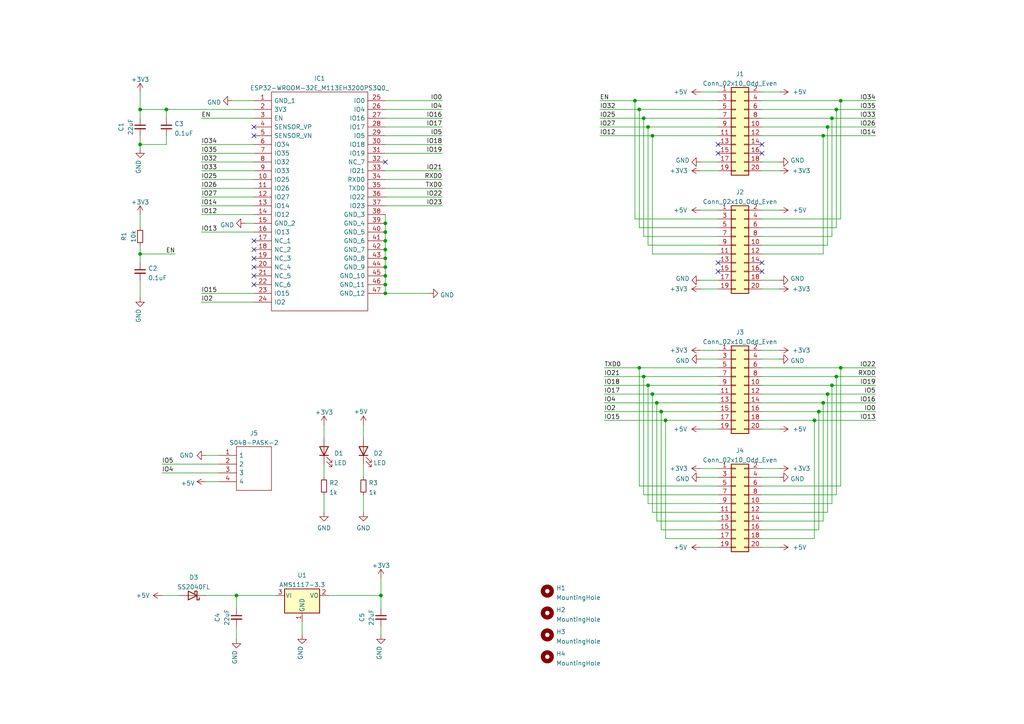
<source format=kicad_sch>
(kicad_sch (version 20211123) (generator eeschema)
  (paper "A4")
  (lib_symbols
    (symbol "Connector_Generic:Conn_02x10_Odd_Even" (pin_names (offset 1.016) hide)
      (property "Reference" "J" (at 1.27 12.7 0))
      (property "Value" "Conn_02x10_Odd_Even" (at 1.27 -15.24 0))
      (symbol "Conn_02x10_Odd_Even_1_1"
        (rectangle (start -1.27 -12.573) (end 0 -12.827) (stroke (width 0.1524)))
        (rectangle (start -1.27 -10.033) (end 0 -10.287) (stroke (width 0.1524)))
        (rectangle (start -1.27 -7.493) (end 0 -7.747) (stroke (width 0.1524)))
        (rectangle (start -1.27 -4.953) (end 0 -5.207) (stroke (width 0.1524)))
        (rectangle (start -1.27 -2.413) (end 0 -2.667) (stroke (width 0.1524)))
        (rectangle (start -1.27 0.127) (end 0 -0.127) (stroke (width 0.1524)))
        (rectangle (start -1.27 2.667) (end 0 2.413) (stroke (width 0.1524)))
        (rectangle (start -1.27 5.207) (end 0 4.953) (stroke (width 0.1524)))
        (rectangle (start -1.27 7.747) (end 0 7.493) (stroke (width 0.1524)))
        (rectangle (start -1.27 10.287) (end 0 10.033) (stroke (width 0.1524)))
        (rectangle (start -1.27 11.43) (end 3.81 -13.97) (stroke (width 0.254)) (fill (type background)))
        (rectangle (start 3.81 -12.573) (end 2.54 -12.827) (stroke (width 0.1524)))
        (rectangle (start 3.81 -10.033) (end 2.54 -10.287) (stroke (width 0.1524)))
        (rectangle (start 3.81 -7.493) (end 2.54 -7.747) (stroke (width 0.1524)))
        (rectangle (start 3.81 -4.953) (end 2.54 -5.207) (stroke (width 0.1524)))
        (rectangle (start 3.81 -2.413) (end 2.54 -2.667) (stroke (width 0.1524)))
        (rectangle (start 3.81 0.127) (end 2.54 -0.127) (stroke (width 0.1524)))
        (rectangle (start 3.81 2.667) (end 2.54 2.413) (stroke (width 0.1524)))
        (rectangle (start 3.81 5.207) (end 2.54 4.953) (stroke (width 0.1524)))
        (rectangle (start 3.81 7.747) (end 2.54 7.493) (stroke (width 0.1524)))
        (rectangle (start 3.81 10.287) (end 2.54 10.033) (stroke (width 0.1524)))
        (pin passive line (at -5.08 10.16 0) (length 3.81) (name "Pin_1") (number "1"))
        (pin passive line (at 7.62 0 180) (length 3.81) (name "Pin_10") (number "10"))
        (pin passive line (at -5.08 -2.54 0) (length 3.81) (name "Pin_11") (number "11"))
        (pin passive line (at 7.62 -2.54 180) (length 3.81) (name "Pin_12") (number "12"))
        (pin passive line (at -5.08 -5.08 0) (length 3.81) (name "Pin_13") (number "13"))
        (pin passive line (at 7.62 -5.08 180) (length 3.81) (name "Pin_14") (number "14"))
        (pin passive line (at -5.08 -7.62 0) (length 3.81) (name "Pin_15") (number "15"))
        (pin passive line (at 7.62 -7.62 180) (length 3.81) (name "Pin_16") (number "16"))
        (pin passive line (at -5.08 -10.16 0) (length 3.81) (name "Pin_17") (number "17"))
        (pin passive line (at 7.62 -10.16 180) (length 3.81) (name "Pin_18") (number "18"))
        (pin passive line (at -5.08 -12.7 0) (length 3.81) (name "Pin_19") (number "19"))
        (pin passive line (at 7.62 10.16 180) (length 3.81) (name "Pin_2") (number "2"))
        (pin passive line (at 7.62 -12.7 180) (length 3.81) (name "Pin_20") (number "20"))
        (pin passive line (at -5.08 7.62 0) (length 3.81) (name "Pin_3") (number "3"))
        (pin passive line (at 7.62 7.62 180) (length 3.81) (name "Pin_4") (number "4"))
        (pin passive line (at -5.08 5.08 0) (length 3.81) (name "Pin_5") (number "5"))
        (pin passive line (at 7.62 5.08 180) (length 3.81) (name "Pin_6") (number "6"))
        (pin passive line (at -5.08 2.54 0) (length 3.81) (name "Pin_7") (number "7"))
        (pin passive line (at 7.62 2.54 180) (length 3.81) (name "Pin_8") (number "8"))
        (pin passive line (at -5.08 0 0) (length 3.81) (name "Pin_9") (number "9"))
      )
    )
    (symbol "Device:C_Small" (pin_numbers hide) (pin_names (offset 0.254) hide)
      (property "Reference" "C" (at 0.254 1.778 0))
      (property "Value" "C_Small" (at 0.254 -2.032 0))
      (symbol "C_Small_0_1"
        (polyline (pts (xy -1.524 -0.508) (xy 1.524 -0.508)) (stroke (width 0.3302)))
        (polyline (pts (xy -1.524 0.508) (xy 1.524 0.508)) (stroke (width 0.3048)))
      )
      (symbol "C_Small_1_1"
        (pin passive line (at 0 2.54 270) (length 2.032) (name "~") (number "1"))
        (pin passive line (at 0 -2.54 90) (length 2.032) (name "~") (number "2"))
      )
    )
    (symbol "Device:D_Schottky" (pin_numbers hide) (pin_names (offset 1.016) hide)
      (property "Reference" "D" (at 0 2.54 0))
      (property "Value" "D_Schottky" (at 0 -2.54 0))
      (symbol "D_Schottky_0_1"
        (polyline (pts (xy 1.27 0) (xy -1.27 0)))
        (polyline (pts (xy 1.27 1.27) (xy 1.27 -1.27) (xy -1.27 0) (xy 1.27 1.27)) (stroke (width 0.254)))
        (polyline (pts (xy -1.905 0.635) (xy -1.905 1.27) (xy -1.27 1.27) (xy -1.27 -1.27) (xy -0.635 -1.27) (xy -0.635 -0.635)) (stroke (width 0.254)))
      )
      (symbol "D_Schottky_1_1"
        (pin passive line (at -3.81 0 0) (length 2.54) (name "K") (number "1"))
        (pin passive line (at 3.81 0 180) (length 2.54) (name "A") (number "2"))
      )
    )
    (symbol "Device:LED" (pin_numbers hide) (pin_names (offset 1.016) hide)
      (property "Reference" "D" (at 0 2.54 0))
      (property "Value" "LED" (at 0 -2.54 0))
      (symbol "LED_0_1"
        (polyline (pts (xy -1.27 -1.27) (xy -1.27 1.27)) (stroke (width 0.254)))
        (polyline (pts (xy -1.27 0) (xy 1.27 0)))
        (polyline (pts (xy 1.27 -1.27) (xy 1.27 1.27) (xy -1.27 0) (xy 1.27 -1.27)) (stroke (width 0.254)))
        (polyline (pts (xy -3.048 -0.762) (xy -4.572 -2.286) (xy -3.81 -2.286) (xy -4.572 -2.286) (xy -4.572 -1.524)))
        (polyline (pts (xy -1.778 -0.762) (xy -3.302 -2.286) (xy -2.54 -2.286) (xy -3.302 -2.286) (xy -3.302 -1.524)))
      )
      (symbol "LED_1_1"
        (pin passive line (at -3.81 0 0) (length 2.54) (name "K") (number "1"))
        (pin passive line (at 3.81 0 180) (length 2.54) (name "A") (number "2"))
      )
    )
    (symbol "Device:R_Small" (pin_numbers hide) (pin_names (offset 0.254) hide)
      (property "Reference" "R" (at 0.762 0.508 0))
      (property "Value" "R_Small" (at 0.762 -1.016 0))
      (symbol "R_Small_0_1"
        (rectangle (start -0.762 1.778) (end 0.762 -1.778) (stroke (width 0.2032)))
      )
      (symbol "R_Small_1_1"
        (pin passive line (at 0 2.54 270) (length 0.762) (name "~") (number "1"))
        (pin passive line (at 0 -2.54 90) (length 0.762) (name "~") (number "2"))
      )
    )
    (symbol "Mechanical:MountingHole" (pin_names (offset 1.016))
      (property "Reference" "H" (at 0 5.08 0))
      (property "Value" "MountingHole" (at 0 3.175 0))
      (symbol "MountingHole_0_1"
        (circle (center 0 0) (radius 1.27) (stroke (width 1.27)))
      )
    )
    (symbol "Regulator_Linear:AMS1117-3.3" (pin_names (offset 0.254))
      (property "Reference" "U" (at -3.81 3.175 0))
      (property "Value" "AMS1117-3.3" (at 0 3.175 0))
      (symbol "AMS1117-3.3_0_1"
        (rectangle (start -5.08 -5.08) (end 5.08 1.905) (stroke (width 0.254)) (fill (type background)))
      )
      (symbol "AMS1117-3.3_1_1"
        (pin power_in line (at 0 -7.62 90) (length 2.54) (name "GND") (number "1"))
        (pin power_out line (at 7.62 0 180) (length 2.54) (name "VO") (number "2"))
        (pin power_in line (at -7.62 0 0) (length 2.54) (name "VI") (number "3"))
      )
    )
    (symbol "SamacSys_Parts:ESP32-WROOM-32E_M113EH3200PS3Q0_" (pin_names (offset 0.762))
      (property "Reference" "IC" (at 34.29 7.62 0))
      (property "Value" "ESP32-WROOM-32E_M113EH3200PS3Q0_" (at 34.29 5.08 0))
      (symbol "ESP32-WROOM-32E_M113EH3200PS3Q0__0_0"
        (pin passive line (at 0 0 0) (length 5.08) (name "GND_1") (number "1"))
        (pin passive line (at 0 -22.86 0) (length 5.08) (name "IO25") (number "10"))
        (pin passive line (at 0 -25.4 0) (length 5.08) (name "IO26") (number "11"))
        (pin passive line (at 0 -27.94 0) (length 5.08) (name "IO27") (number "12"))
        (pin passive line (at 0 -30.48 0) (length 5.08) (name "IO14") (number "13"))
        (pin passive line (at 0 -33.02 0) (length 5.08) (name "IO12") (number "14"))
        (pin passive line (at 0 -35.56 0) (length 5.08) (name "GND_2") (number "15"))
        (pin passive line (at 0 -38.1 0) (length 5.08) (name "IO13") (number "16"))
        (pin passive line (at 0 -40.64 0) (length 5.08) (name "NC_1") (number "17"))
        (pin passive line (at 0 -43.18 0) (length 5.08) (name "NC_2") (number "18"))
        (pin passive line (at 0 -45.72 0) (length 5.08) (name "NC_3") (number "19"))
        (pin passive line (at 0 -2.54 0) (length 5.08) (name "3V3") (number "2"))
        (pin passive line (at 0 -48.26 0) (length 5.08) (name "NC_4") (number "20"))
        (pin passive line (at 0 -50.8 0) (length 5.08) (name "NC_5") (number "21"))
        (pin passive line (at 0 -53.34 0) (length 5.08) (name "NC_6") (number "22"))
        (pin passive line (at 0 -55.88 0) (length 5.08) (name "IO15") (number "23"))
        (pin passive line (at 0 -58.42 0) (length 5.08) (name "IO2") (number "24"))
        (pin passive line (at 38.1 0 180) (length 5.08) (name "IO0") (number "25"))
        (pin passive line (at 38.1 -2.54 180) (length 5.08) (name "IO4") (number "26"))
        (pin passive line (at 38.1 -5.08 180) (length 5.08) (name "IO16") (number "27"))
        (pin passive line (at 38.1 -7.62 180) (length 5.08) (name "IO17") (number "28"))
        (pin passive line (at 38.1 -10.16 180) (length 5.08) (name "IO5") (number "29"))
        (pin passive line (at 0 -5.08 0) (length 5.08) (name "EN") (number "3"))
        (pin passive line (at 38.1 -12.7 180) (length 5.08) (name "IO18") (number "30"))
        (pin passive line (at 38.1 -15.24 180) (length 5.08) (name "IO19") (number "31"))
        (pin passive line (at 38.1 -17.78 180) (length 5.08) (name "NC_7") (number "32"))
        (pin passive line (at 38.1 -20.32 180) (length 5.08) (name "IO21") (number "33"))
        (pin passive line (at 38.1 -22.86 180) (length 5.08) (name "RXD0") (number "34"))
        (pin passive line (at 38.1 -25.4 180) (length 5.08) (name "TXD0") (number "35"))
        (pin passive line (at 38.1 -27.94 180) (length 5.08) (name "IO22") (number "36"))
        (pin passive line (at 38.1 -30.48 180) (length 5.08) (name "IO23") (number "37"))
        (pin passive line (at 38.1 -33.02 180) (length 5.08) (name "GND_3") (number "38"))
        (pin passive line (at 38.1 -35.56 180) (length 5.08) (name "GND_4") (number "39"))
        (pin passive line (at 0 -7.62 0) (length 5.08) (name "SENSOR_VP") (number "4"))
        (pin passive line (at 38.1 -38.1 180) (length 5.08) (name "GND_5") (number "40"))
        (pin passive line (at 38.1 -40.64 180) (length 5.08) (name "GND_6") (number "41"))
        (pin passive line (at 38.1 -43.18 180) (length 5.08) (name "GND_7") (number "42"))
        (pin passive line (at 38.1 -45.72 180) (length 5.08) (name "GND_8") (number "43"))
        (pin passive line (at 38.1 -48.26 180) (length 5.08) (name "GND_9") (number "44"))
        (pin passive line (at 38.1 -50.8 180) (length 5.08) (name "GND_10") (number "45"))
        (pin passive line (at 38.1 -53.34 180) (length 5.08) (name "GND_11") (number "46"))
        (pin passive line (at 38.1 -55.88 180) (length 5.08) (name "GND_12") (number "47"))
        (pin passive line (at 0 -10.16 0) (length 5.08) (name "SENSOR_VN") (number "5"))
        (pin passive line (at 0 -12.7 0) (length 5.08) (name "IO34") (number "6"))
        (pin passive line (at 0 -15.24 0) (length 5.08) (name "IO35") (number "7"))
        (pin passive line (at 0 -17.78 0) (length 5.08) (name "IO32") (number "8"))
        (pin passive line (at 0 -20.32 0) (length 5.08) (name "IO33") (number "9"))
      )
      (symbol "ESP32-WROOM-32E_M113EH3200PS3Q0__0_1"
        (polyline (pts (xy 5.08 2.54) (xy 33.02 2.54) (xy 33.02 -60.96) (xy 5.08 -60.96) (xy 5.08 2.54)) (stroke (width 0.1524)))
      )
    )
    (symbol "SamacSys_Parts:S04B-PASK-2" (pin_names (offset 0.762))
      (property "Reference" "J" (at 16.51 7.62 0))
      (property "Value" "S04B-PASK-2" (at 16.51 5.08 0))
      (symbol "S04B-PASK-2_0_0"
        (pin passive line (at 0 -7.62 0) (length 5.08) (name "1") (number "1"))
        (pin passive line (at 0 -5.08 0) (length 5.08) (name "2") (number "2"))
        (pin passive line (at 0 -2.54 0) (length 5.08) (name "3") (number "3"))
        (pin passive line (at 0 0 0) (length 5.08) (name "4") (number "4"))
      )
      (symbol "S04B-PASK-2_0_1"
        (polyline (pts (xy 5.08 2.54) (xy 15.24 2.54) (xy 15.24 -10.16) (xy 5.08 -10.16) (xy 5.08 2.54)) (stroke (width 0.1524)))
      )
    )
    (symbol "power:+3.3V" (power) (pin_names (offset 0))
      (property "Value" "+3.3V" (at 0 3.556 0))
      (symbol "+3.3V_0_1"
        (polyline (pts (xy -0.762 1.27) (xy 0 2.54)))
        (polyline (pts (xy 0 0) (xy 0 2.54)))
        (polyline (pts (xy 0 2.54) (xy 0.762 1.27)))
      )
      (symbol "+3.3V_1_1"
        (pin power_in line (at 0 0 90) (length 0) hide (name "+3V3") (number "1"))
      )
    )
    (symbol "power:+5V" (power) (pin_names (offset 0))
      (property "Value" "+5V" (at 0 3.556 0))
      (symbol "+5V_0_1"
        (polyline (pts (xy -0.762 1.27) (xy 0 2.54)))
        (polyline (pts (xy 0 0) (xy 0 2.54)))
        (polyline (pts (xy 0 2.54) (xy 0.762 1.27)))
      )
      (symbol "+5V_1_1"
        (pin power_in line (at 0 0 90) (length 0) hide (name "+5V") (number "1"))
      )
    )
    (symbol "power:GND" (power) (pin_names (offset 0))
      (property "Value" "GND" (at 0 -3.81 0))
      (symbol "GND_0_1"
        (polyline (pts (xy 0 0) (xy 0 -1.27) (xy 1.27 -1.27) (xy 0 -2.54) (xy -1.27 -1.27) (xy 0 -1.27)))
      )
      (symbol "GND_1_1"
        (pin power_in line (at 0 0 270) (length 0) hide (name "GND") (number "1"))
      )
    )
  )
  (junction (at 193.04 121.92))
  (junction (at 238.76 116.84))
  (junction (at 237.49 119.38))
  (junction (at 240.03 114.3))
  (junction (at 190.5 116.84))
  (junction (at 40.64 73.66))
  (junction (at 111.76 72.39))
  (junction (at 110.49 172.72))
  (junction (at 40.64 41.91))
  (junction (at 111.76 74.93))
  (junction (at 111.76 80.01))
  (junction (at 185.42 106.68))
  (junction (at 111.76 64.77))
  (junction (at 238.76 39.37))
  (junction (at 40.64 31.75))
  (junction (at 242.57 109.22))
  (junction (at 48.26 31.75))
  (junction (at 185.42 31.75))
  (junction (at 243.84 29.21))
  (junction (at 189.23 39.37))
  (junction (at 236.22 121.92))
  (junction (at 111.76 77.47))
  (junction (at 240.03 36.83))
  (junction (at 186.69 34.29))
  (junction (at 243.84 106.68))
  (junction (at 242.57 31.75))
  (junction (at 111.76 85.09))
  (junction (at 241.3 111.76))
  (junction (at 68.58 172.72))
  (junction (at 191.77 119.38))
  (junction (at 187.96 111.76))
  (junction (at 187.96 36.83))
  (junction (at 111.76 69.85))
  (junction (at 189.23 114.3))
  (junction (at 111.76 67.31))
  (junction (at 241.3 34.29))
  (junction (at 186.69 109.22))
  (junction (at 111.76 82.55))
  (junction (at 184.15 29.21))
  (no_connect (at 73.66 69.85))
  (no_connect (at 111.76 46.99))
  (no_connect (at 208.28 76.2))
  (no_connect (at 208.28 78.74))
  (no_connect (at 220.98 78.74))
  (no_connect (at 220.98 76.2))
  (no_connect (at 208.28 41.91))
  (no_connect (at 208.28 44.45))
  (no_connect (at 220.98 41.91))
  (no_connect (at 220.98 44.45))
  (no_connect (at 73.66 74.93))
  (no_connect (at 73.66 36.83))
  (no_connect (at 73.66 39.37))
  (no_connect (at 73.66 77.47))
  (no_connect (at 73.66 80.01))
  (no_connect (at 73.66 72.39))
  (no_connect (at 73.66 82.55))
  (wire (pts (xy 189.23 114.3) (xy 208.28 114.3)))
  (wire (pts (xy 203.2 60.96) (xy 208.28 60.96)))
  (wire (pts (xy 48.26 31.75) (xy 48.26 34.29)))
  (wire (pts (xy 175.26 121.92) (xy 193.04 121.92)))
  (wire (pts (xy 105.41 143.51) (xy 105.41 148.59)))
  (wire (pts (xy 243.84 106.68) (xy 254 106.68)))
  (wire (pts (xy 128.27 36.83) (xy 111.76 36.83)))
  (wire (pts (xy 220.98 111.76) (xy 241.3 111.76)))
  (wire (pts (xy 203.2 101.6) (xy 208.28 101.6)))
  (wire (pts (xy 238.76 151.13) (xy 220.98 151.13)))
  (wire (pts (xy 58.42 52.07) (xy 73.66 52.07)))
  (wire (pts (xy 208.28 36.83) (xy 187.96 36.83)))
  (wire (pts (xy 186.69 68.58) (xy 186.69 34.29)))
  (wire (pts (xy 128.27 44.45) (xy 111.76 44.45)))
  (wire (pts (xy 186.69 143.51) (xy 186.69 109.22)))
  (wire (pts (xy 208.28 153.67) (xy 191.77 153.67)))
  (wire (pts (xy 243.84 29.21) (xy 243.84 63.5)))
  (wire (pts (xy 220.98 34.29) (xy 241.3 34.29)))
  (wire (pts (xy 128.27 34.29) (xy 111.76 34.29)))
  (wire (pts (xy 128.27 52.07) (xy 111.76 52.07)))
  (wire (pts (xy 111.76 80.01) (xy 111.76 82.55)))
  (wire (pts (xy 208.28 116.84) (xy 190.5 116.84)))
  (wire (pts (xy 110.49 172.72) (xy 110.49 176.53)))
  (wire (pts (xy 186.69 109.22) (xy 208.28 109.22)))
  (wire (pts (xy 59.69 139.7) (xy 63.5 139.7)))
  (wire (pts (xy 111.76 74.93) (xy 111.76 77.47)))
  (wire (pts (xy 241.3 34.29) (xy 241.3 68.58)))
  (wire (pts (xy 48.26 39.37) (xy 48.26 41.91)))
  (wire (pts (xy 220.98 148.59) (xy 240.03 148.59)))
  (wire (pts (xy 189.23 39.37) (xy 208.28 39.37)))
  (wire (pts (xy 184.15 29.21) (xy 208.28 29.21)))
  (wire (pts (xy 185.42 31.75) (xy 185.42 66.04)))
  (wire (pts (xy 242.57 109.22) (xy 254 109.22)))
  (wire (pts (xy 242.57 31.75) (xy 254 31.75)))
  (wire (pts (xy 187.96 111.76) (xy 187.96 146.05)))
  (wire (pts (xy 128.27 29.21) (xy 111.76 29.21)))
  (wire (pts (xy 190.5 116.84) (xy 190.5 151.13)))
  (wire (pts (xy 242.57 31.75) (xy 220.98 31.75)))
  (wire (pts (xy 208.28 106.68) (xy 185.42 106.68)))
  (wire (pts (xy 128.27 39.37) (xy 111.76 39.37)))
  (wire (pts (xy 111.76 85.09) (xy 124.46 85.09)))
  (wire (pts (xy 226.06 135.89) (xy 220.98 135.89)))
  (wire (pts (xy 111.76 67.31) (xy 111.76 69.85)))
  (wire (pts (xy 237.49 119.38) (xy 254 119.38)))
  (wire (pts (xy 203.2 26.67) (xy 208.28 26.67)))
  (wire (pts (xy 68.58 181.61) (xy 68.58 185.42)))
  (wire (pts (xy 58.42 54.61) (xy 73.66 54.61)))
  (wire (pts (xy 203.2 135.89) (xy 208.28 135.89)))
  (wire (pts (xy 80.01 172.72) (xy 68.58 172.72)))
  (wire (pts (xy 58.42 49.53) (xy 73.66 49.53)))
  (wire (pts (xy 226.06 138.43) (xy 220.98 138.43)))
  (wire (pts (xy 242.57 109.22) (xy 220.98 109.22)))
  (wire (pts (xy 242.57 66.04) (xy 242.57 31.75)))
  (wire (pts (xy 46.99 172.72) (xy 52.07 172.72)))
  (wire (pts (xy 220.98 39.37) (xy 238.76 39.37)))
  (wire (pts (xy 93.98 123.19) (xy 93.98 127)))
  (wire (pts (xy 220.98 71.12) (xy 240.03 71.12)))
  (wire (pts (xy 48.26 31.75) (xy 73.66 31.75)))
  (wire (pts (xy 173.99 29.21) (xy 184.15 29.21)))
  (wire (pts (xy 241.3 111.76) (xy 254 111.76)))
  (wire (pts (xy 243.84 140.97) (xy 220.98 140.97)))
  (wire (pts (xy 58.42 46.99) (xy 73.66 46.99)))
  (wire (pts (xy 87.63 180.34) (xy 87.63 184.15)))
  (wire (pts (xy 71.12 64.77) (xy 73.66 64.77)))
  (wire (pts (xy 40.64 71.12) (xy 40.64 73.66)))
  (wire (pts (xy 185.42 106.68) (xy 185.42 140.97)))
  (wire (pts (xy 40.64 41.91) (xy 40.64 43.18)))
  (wire (pts (xy 48.26 41.91) (xy 40.64 41.91)))
  (wire (pts (xy 226.06 26.67) (xy 220.98 26.67)))
  (wire (pts (xy 95.25 172.72) (xy 110.49 172.72)))
  (wire (pts (xy 59.69 172.72) (xy 68.58 172.72)))
  (wire (pts (xy 240.03 148.59) (xy 240.03 114.3)))
  (wire (pts (xy 220.98 106.68) (xy 243.84 106.68)))
  (wire (pts (xy 111.76 62.23) (xy 111.76 64.77)))
  (wire (pts (xy 238.76 116.84) (xy 238.76 151.13)))
  (wire (pts (xy 40.64 31.75) (xy 40.64 34.29)))
  (wire (pts (xy 173.99 39.37) (xy 189.23 39.37)))
  (wire (pts (xy 40.64 62.23) (xy 40.64 66.04)))
  (wire (pts (xy 226.06 49.53) (xy 220.98 49.53)))
  (wire (pts (xy 203.2 83.82) (xy 208.28 83.82)))
  (wire (pts (xy 191.77 119.38) (xy 208.28 119.38)))
  (wire (pts (xy 40.64 73.66) (xy 40.64 76.2)))
  (wire (pts (xy 128.27 31.75) (xy 111.76 31.75)))
  (wire (pts (xy 238.76 116.84) (xy 254 116.84)))
  (wire (pts (xy 110.49 181.61) (xy 110.49 184.15)))
  (wire (pts (xy 184.15 63.5) (xy 184.15 29.21)))
  (wire (pts (xy 220.98 66.04) (xy 242.57 66.04)))
  (wire (pts (xy 236.22 156.21) (xy 220.98 156.21)))
  (wire (pts (xy 58.42 62.23) (xy 73.66 62.23)))
  (wire (pts (xy 128.27 59.69) (xy 111.76 59.69)))
  (wire (pts (xy 58.42 59.69) (xy 73.66 59.69)))
  (wire (pts (xy 58.42 85.09) (xy 73.66 85.09)))
  (wire (pts (xy 128.27 57.15) (xy 111.76 57.15)))
  (wire (pts (xy 243.84 106.68) (xy 243.84 140.97)))
  (wire (pts (xy 111.76 77.47) (xy 111.76 80.01)))
  (wire (pts (xy 240.03 36.83) (xy 220.98 36.83)))
  (wire (pts (xy 208.28 63.5) (xy 184.15 63.5)))
  (wire (pts (xy 203.2 124.46) (xy 208.28 124.46)))
  (wire (pts (xy 40.64 26.67) (xy 40.64 31.75)))
  (wire (pts (xy 111.76 64.77) (xy 111.76 67.31)))
  (wire (pts (xy 241.3 34.29) (xy 254 34.29)))
  (wire (pts (xy 220.98 29.21) (xy 243.84 29.21)))
  (wire (pts (xy 240.03 114.3) (xy 220.98 114.3)))
  (wire (pts (xy 237.49 119.38) (xy 220.98 119.38)))
  (wire (pts (xy 243.84 63.5) (xy 220.98 63.5)))
  (wire (pts (xy 67.31 29.21) (xy 73.66 29.21)))
  (wire (pts (xy 175.26 106.68) (xy 185.42 106.68)))
  (wire (pts (xy 175.26 119.38) (xy 191.77 119.38)))
  (wire (pts (xy 203.2 104.14) (xy 208.28 104.14)))
  (wire (pts (xy 208.28 68.58) (xy 186.69 68.58)))
  (wire (pts (xy 203.2 138.43) (xy 208.28 138.43)))
  (wire (pts (xy 58.42 67.31) (xy 73.66 67.31)))
  (wire (pts (xy 110.49 167.64) (xy 110.49 172.72)))
  (wire (pts (xy 111.76 82.55) (xy 111.76 85.09)))
  (wire (pts (xy 208.28 31.75) (xy 185.42 31.75)))
  (wire (pts (xy 240.03 36.83) (xy 254 36.83)))
  (wire (pts (xy 58.42 41.91) (xy 73.66 41.91)))
  (wire (pts (xy 241.3 111.76) (xy 241.3 146.05)))
  (wire (pts (xy 191.77 153.67) (xy 191.77 119.38)))
  (wire (pts (xy 226.06 101.6) (xy 220.98 101.6)))
  (wire (pts (xy 40.64 39.37) (xy 40.64 41.91)))
  (wire (pts (xy 238.76 73.66) (xy 220.98 73.66)))
  (wire (pts (xy 40.64 73.66) (xy 50.8 73.66)))
  (wire (pts (xy 226.06 83.82) (xy 220.98 83.82)))
  (wire (pts (xy 46.99 137.16) (xy 63.5 137.16)))
  (wire (pts (xy 185.42 140.97) (xy 208.28 140.97)))
  (wire (pts (xy 93.98 143.51) (xy 93.98 148.59)))
  (wire (pts (xy 238.76 39.37) (xy 254 39.37)))
  (wire (pts (xy 189.23 148.59) (xy 189.23 114.3)))
  (wire (pts (xy 203.2 49.53) (xy 208.28 49.53)))
  (wire (pts (xy 238.76 39.37) (xy 238.76 73.66)))
  (wire (pts (xy 40.64 31.75) (xy 48.26 31.75)))
  (wire (pts (xy 128.27 54.61) (xy 111.76 54.61)))
  (wire (pts (xy 208.28 73.66) (xy 189.23 73.66)))
  (wire (pts (xy 190.5 151.13) (xy 208.28 151.13)))
  (wire (pts (xy 193.04 121.92) (xy 193.04 156.21)))
  (wire (pts (xy 203.2 46.99) (xy 208.28 46.99)))
  (wire (pts (xy 175.26 111.76) (xy 187.96 111.76)))
  (wire (pts (xy 173.99 34.29) (xy 186.69 34.29)))
  (wire (pts (xy 93.98 134.62) (xy 93.98 138.43)))
  (wire (pts (xy 40.64 81.28) (xy 40.64 86.36)))
  (wire (pts (xy 189.23 73.66) (xy 189.23 39.37)))
  (wire (pts (xy 105.41 134.62) (xy 105.41 138.43)))
  (wire (pts (xy 226.06 104.14) (xy 220.98 104.14)))
  (wire (pts (xy 173.99 31.75) (xy 185.42 31.75)))
  (wire (pts (xy 226.06 158.75) (xy 220.98 158.75)))
  (wire (pts (xy 236.22 121.92) (xy 254 121.92)))
  (wire (pts (xy 73.66 34.29) (xy 58.42 34.29)))
  (wire (pts (xy 59.69 132.08) (xy 63.5 132.08)))
  (wire (pts (xy 226.06 60.96) (xy 220.98 60.96)))
  (wire (pts (xy 208.28 148.59) (xy 189.23 148.59)))
  (wire (pts (xy 240.03 71.12) (xy 240.03 36.83)))
  (wire (pts (xy 186.69 34.29) (xy 208.28 34.29)))
  (wire (pts (xy 193.04 156.21) (xy 208.28 156.21)))
  (wire (pts (xy 208.28 143.51) (xy 186.69 143.51)))
  (wire (pts (xy 220.98 153.67) (xy 237.49 153.67)))
  (wire (pts (xy 105.41 123.19) (xy 105.41 127)))
  (wire (pts (xy 240.03 114.3) (xy 254 114.3)))
  (wire (pts (xy 175.26 116.84) (xy 190.5 116.84)))
  (wire (pts (xy 128.27 41.91) (xy 111.76 41.91)))
  (wire (pts (xy 111.76 72.39) (xy 111.76 74.93)))
  (wire (pts (xy 242.57 143.51) (xy 242.57 109.22)))
  (wire (pts (xy 187.96 146.05) (xy 208.28 146.05)))
  (wire (pts (xy 226.06 81.28) (xy 220.98 81.28)))
  (wire (pts (xy 243.84 29.21) (xy 254 29.21)))
  (wire (pts (xy 220.98 143.51) (xy 242.57 143.51)))
  (wire (pts (xy 173.99 36.83) (xy 187.96 36.83)))
  (wire (pts (xy 226.06 124.46) (xy 220.98 124.46)))
  (wire (pts (xy 175.26 109.22) (xy 186.69 109.22)))
  (wire (pts (xy 111.76 49.53) (xy 128.27 49.53)))
  (wire (pts (xy 237.49 153.67) (xy 237.49 119.38)))
  (wire (pts (xy 241.3 68.58) (xy 220.98 68.58)))
  (wire (pts (xy 111.76 69.85) (xy 111.76 72.39)))
  (wire (pts (xy 46.99 134.62) (xy 63.5 134.62)))
  (wire (pts (xy 68.58 172.72) (xy 68.58 176.53)))
  (wire (pts (xy 241.3 146.05) (xy 220.98 146.05)))
  (wire (pts (xy 185.42 66.04) (xy 208.28 66.04)))
  (wire (pts (xy 226.06 46.99) (xy 220.98 46.99)))
  (wire (pts (xy 203.2 81.28) (xy 208.28 81.28)))
  (wire (pts (xy 58.42 44.45) (xy 73.66 44.45)))
  (wire (pts (xy 208.28 121.92) (xy 193.04 121.92)))
  (wire (pts (xy 175.26 114.3) (xy 189.23 114.3)))
  (wire (pts (xy 208.28 111.76) (xy 187.96 111.76)))
  (wire (pts (xy 220.98 116.84) (xy 238.76 116.84)))
  (wire (pts (xy 187.96 36.83) (xy 187.96 71.12)))
  (wire (pts (xy 187.96 71.12) (xy 208.28 71.12)))
  (wire (pts (xy 58.42 87.63) (xy 73.66 87.63)))
  (wire (pts (xy 220.98 121.92) (xy 236.22 121.92)))
  (wire (pts (xy 58.42 57.15) (xy 73.66 57.15)))
  (wire (pts (xy 203.2 158.75) (xy 208.28 158.75)))
  (wire (pts (xy 236.22 121.92) (xy 236.22 156.21)))
  (label "IO27" (at 173.99 36.83 0))
  (label "IO25" (at 58.42 52.07 0))
  (label "TXD0" (at 128.27 54.61 180))
  (label "IO21" (at 175.26 109.22 0))
  (label "IO27" (at 58.42 57.15 0))
  (label "IO19" (at 128.27 44.45 180))
  (label "IO5" (at 128.27 39.37 180))
  (label "IO33" (at 58.42 49.53 0))
  (label "RXD0" (at 254 109.22 180))
  (label "EN" (at 58.42 34.29 0))
  (label "IO0" (at 128.27 29.21 180))
  (label "IO12" (at 58.42 62.23 0))
  (label "IO4" (at 46.99 137.16 0))
  (label "IO32" (at 173.99 31.75 0))
  (label "IO21" (at 128.27 49.53 180))
  (label "EN" (at 50.8 73.66 180))
  (label "IO16" (at 254 116.84 180))
  (label "IO25" (at 173.99 34.29 0))
  (label "TXD0" (at 175.26 106.68 0))
  (label "IO22" (at 254 106.68 180))
  (label "IO26" (at 58.42 54.61 0))
  (label "IO34" (at 58.42 41.91 0))
  (label "IO16" (at 128.27 34.29 180))
  (label "IO26" (at 254 36.83 180))
  (label "IO14" (at 58.42 59.69 0))
  (label "IO19" (at 254 111.76 180))
  (label "IO5" (at 254 114.3 180))
  (label "IO13" (at 58.42 67.31 0))
  (label "IO17" (at 175.26 114.3 0))
  (label "IO12" (at 173.99 39.37 0))
  (label "EN" (at 173.99 29.21 0))
  (label "IO32" (at 58.42 46.99 0))
  (label "IO22" (at 128.27 57.15 180))
  (label "IO23" (at 128.27 59.69 180))
  (label "IO2" (at 58.42 87.63 0))
  (label "IO2" (at 175.26 119.38 0))
  (label "IO33" (at 254 34.29 180))
  (label "IO17" (at 128.27 36.83 180))
  (label "IO18" (at 175.26 111.76 0))
  (label "IO14" (at 254 39.37 180))
  (label "IO15" (at 175.26 121.92 0))
  (label "IO4" (at 128.27 31.75 180))
  (label "IO4" (at 175.26 116.84 0))
  (label "IO15" (at 58.42 85.09 0))
  (label "IO35" (at 58.42 44.45 0))
  (label "IO34" (at 254 29.21 180))
  (label "IO0" (at 254 119.38 180))
  (label "IO13" (at 254 121.92 180))
  (label "IO35" (at 254 31.75 180))
  (label "IO5" (at 46.99 134.62 0))
  (label "RXD0" (at 128.27 52.07 180))
  (label "IO18" (at 128.27 41.91 180))
  (symbol (lib_id "Connector_Generic:Conn_02x10_Odd_Even") (at 213.36 146.05 0) (unit 1)
    (property "Reference" "J4" (at 214.63 130.6535 0))
    (property "Value" "Conn_02x10_Odd_Even" (at 214.63 133.4286 0))
    (property "Footprint" "Connector_PinHeader_2.54mm:PinHeader_2x10_P2.54mm_Vertical_SMD" (effects hide))
  )
  (symbol (lib_id "Connector_Generic:Conn_02x10_Odd_Even") (at 213.36 111.76 0) (unit 1)
    (property "Reference" "J3" (at 214.63 96.3635 0))
    (property "Value" "Conn_02x10_Odd_Even" (at 214.63 99.1386 0))
    (property "Footprint" "Connector_PinSocket_2.54mm:PinSocket_2x10_P2.54mm_Vertical_SMD" (effects hide))
  )
  (symbol (lib_id "power:GND") (at 105.41 148.59 0) (unit 1)
    (property "Reference" "#PWR0139" (effects hide))
    (property "Value" "GND" (at 105.41 153.1525 0))
  )
  (symbol (lib_id "power:+3.3V") (at 203.2 83.82 90) (mirror x) (unit 1)
    (property "Reference" "#PWR0106" (effects hide))
    (property "Value" "+3.3V" (at 196.85 83.82 90))
  )
  (symbol (lib_id "power:+3.3V") (at 226.06 83.82 270) (unit 1)
    (property "Reference" "#PWR0122" (effects hide))
    (property "Value" "+3.3V" (at 232.41 83.82 90))
  )
  (symbol (lib_id "Device:R_Small") (at 93.98 140.97 0) (unit 1)
    (property "Reference" "R2" (at 95.4786 140.0615 0) (effects (justify left)))
    (property "Value" "1k" (at 95.4786 142.8366 0) (effects (justify left)))
    (property "Footprint" "Resistor_SMD:R_0603_1608Metric_Pad0.98x0.95mm_HandSolder" (effects hide))
  )
  (symbol (lib_id "power:GND") (at 93.98 148.59 0) (unit 1)
    (property "Reference" "#PWR0137" (effects hide))
    (property "Value" "GND" (at 93.98 153.1525 0))
  )
  (symbol (lib_id "power:GND") (at 226.06 104.14 90) (mirror x) (unit 1)
    (property "Reference" "#PWR0119" (effects hide))
    (property "Value" "GND" (at 229.2349 104.619 90) (effects (justify right)))
  )
  (symbol (lib_id "power:GND") (at 226.06 138.43 90) (mirror x) (unit 1)
    (property "Reference" "#PWR0109" (effects hide))
    (property "Value" "GND" (at 229.2349 138.909 90) (effects (justify right)))
  )
  (symbol (lib_id "power:+5V") (at 203.2 26.67 90) (mirror x) (unit 1)
    (property "Reference" "#PWR0103" (effects hide))
    (property "Value" "+5V" (at 199.39 26.67 90) (effects (justify left)))
  )
  (symbol (lib_id "Mechanical:MountingHole") (at 158.75 190.5 0) (unit 1)
    (property "Reference" "H4" (at 161.29 189.5915 0) (effects (justify left)))
    (property "Value" "MountingHole" (at 161.29 192.3666 0) (effects (justify left)))
    (property "Footprint" "MountingHole:MountingHole_3.2mm_M3_Pad_Via" (effects hide))
  )
  (symbol (lib_id "power:+5V") (at 203.2 124.46 90) (unit 1)
    (property "Reference" "#PWR0113" (effects hide))
    (property "Value" "+5V" (at 199.39 124.46 90) (effects (justify left)))
  )
  (symbol (lib_id "Device:R_Small") (at 40.64 68.58 180) (unit 1)
    (property "Reference" "R1" (at 35.9369 68.58 90))
    (property "Value" "10k" (at 38.712 68.58 90))
    (property "Footprint" "Resistor_SMD:R_0603_1608Metric_Pad0.98x0.95mm_HandSolder" (effects hide))
  )
  (symbol (lib_id "power:+3.3V") (at 40.64 62.23 0) (unit 1)
    (property "Reference" "#PWR0130" (effects hide))
    (property "Value" "+3.3V" (at 40.64 58.6255 0))
  )
  (symbol (lib_id "power:GND") (at 203.2 46.99 270) (mirror x) (unit 1)
    (property "Reference" "#PWR0102" (effects hide))
    (property "Value" "GND" (at 200.0251 46.511 90) (effects (justify right)))
  )
  (symbol (lib_id "power:+5V") (at 105.41 123.19 0) (mirror y) (unit 1)
    (property "Reference" "#PWR0136" (effects hide))
    (property "Value" "+5V" (at 106.68 119.38 0) (effects (justify left)))
  )
  (symbol (lib_id "power:+5V") (at 226.06 26.67 270) (unit 1)
    (property "Reference" "#PWR0110" (effects hide))
    (property "Value" "+5V" (at 229.87 26.67 90) (effects (justify left)))
  )
  (symbol (lib_id "power:GND") (at 226.06 81.28 90) (unit 1)
    (property "Reference" "#PWR0123" (effects hide))
    (property "Value" "GND" (at 229.2349 80.801 90) (effects (justify right)))
  )
  (symbol (lib_id "power:+3.3V") (at 40.64 26.67 0) (unit 1)
    (property "Reference" "#PWR0127" (effects hide))
    (property "Value" "+3.3V" (at 40.64 23.0655 0))
  )
  (symbol (lib_id "Device:D_Schottky") (at 55.88 172.72 180) (unit 1)
    (property "Reference" "D3" (at 56.1975 167.4835 0))
    (property "Value" "SS2040FL" (at 56.1975 170.2586 0))
    (property "Footprint" "Diode_SMD:D_SOD-123F" (effects hide))
  )
  (symbol (lib_id "power:+3.3V") (at 203.2 135.89 90) (unit 1)
    (property "Reference" "#PWR0124" (effects hide))
    (property "Value" "+3.3V" (at 196.85 135.89 90))
  )
  (symbol (lib_id "SamacSys_Parts:S04B-PASK-2") (at 63.5 139.7 0) (mirror x) (unit 1)
    (property "Reference" "J5" (at 73.66 125.6243 0))
    (property "Value" "S04B-PASK-2" (at 73.66 128.3994 0))
    (property "Footprint" "SamacSys_Parts:S04BPASK2" (effects hide))
    (property "Datasheet" "http://www.jst-mfg.com/product/pdf/eng/ePA-F.pdf?5d80b7662b42f" (effects hide))
    (property "Description" "JST (JAPAN SOLDERLESS TERMINALS) - S04B-PASK-2 - HEADER, PA, 4WAY, SIDE, 2MM" (effects hide))
    (property "Height" "6.5" (effects hide))
    (property "Manufacturer_Name" "JST (JAPAN SOLDERLESS TERMINALS)" (effects hide))
    (property "Manufacturer_Part_Number" "S04B-PASK-2" (effects hide))
  )
  (symbol (lib_id "power:+3.3V") (at 93.98 123.19 0) (unit 1)
    (property "Reference" "#PWR0138" (effects hide))
    (property "Value" "+3.3V" (at 93.98 119.5855 0))
  )
  (symbol (lib_id "power:GND") (at 40.64 43.18 0) (unit 1)
    (property "Reference" "#PWR0125" (effects hide))
    (property "Value" "GND" (at 40.161 46.355 90) (effects (justify right)))
  )
  (symbol (lib_id "Device:R_Small") (at 105.41 140.97 0) (unit 1)
    (property "Reference" "R3" (at 106.9086 140.0615 0) (effects (justify left)))
    (property "Value" "1k" (at 106.9086 142.8366 0) (effects (justify left)))
    (property "Footprint" "Resistor_SMD:R_0603_1608Metric_Pad0.98x0.95mm_HandSolder" (effects hide))
  )
  (symbol (lib_id "power:+5V") (at 203.2 158.75 90) (unit 1)
    (property "Reference" "#PWR0121" (effects hide))
    (property "Value" "+5V" (at 199.39 158.75 90) (effects (justify left)))
  )
  (symbol (lib_id "Mechanical:MountingHole") (at 158.75 184.15 0) (unit 1)
    (property "Reference" "H3" (at 161.29 183.2415 0) (effects (justify left)))
    (property "Value" "MountingHole" (at 161.29 186.0166 0) (effects (justify left)))
    (property "Footprint" "MountingHole:MountingHole_3.2mm_M3_Pad_Via" (effects hide))
  )
  (symbol (lib_id "SamacSys_Parts:ESP32-WROOM-32E_M113EH3200PS3Q0_") (at 73.66 29.21 0) (unit 1)
    (property "Reference" "IC1" (at 92.71 22.7543 0))
    (property "Value" "ESP32-WROOM-32E_M113EH3200PS3Q0_" (at 92.71 25.5294 0))
    (property "Footprint" "SamacSys_Parts:ESP32WROOM32EM113EH3200PS3Q0" (effects hide))
    (property "Datasheet" "https://www.espressif.com/sites/default/files/documentation/esp32-wroom-32e_esp32-wroom-32ue_datasheet_en.pdf" (effects hide))
    (property "Description" "WiFi Modules (802.11) SMD module, ESP32-D0WD-V3, ESP32 ECO V3, 4 MB SPI flash, PCB antenna, -40 C ~{} +105 C." (effects hide))
    (property "Height" "3.25" (effects hide))
    (property "Manufacturer_Name" "Espressif Systems" (effects hide))
    (property "Manufacturer_Part_Number" "ESP32-WROOM-32E(M113EH3200PS3Q0)" (effects hide))
    (property "Mouser Part Number" "356-ESP32WRM320EH3PS" (effects hide))
    (property "Mouser Price/Stock" "https://www.mouser.co.uk/ProductDetail/Espressif-Systems/ESP32-WROOM-32EM113EH3200PS3Q0?qs=sPbYRqrBIVkiZhzSFda8%2FA%3D%3D" (effects hide))
  )
  (symbol (lib_id "power:+3.3V") (at 203.2 49.53 90) (mirror x) (unit 1)
    (property "Reference" "#PWR0101" (effects hide))
    (property "Value" "+3.3V" (at 196.85 49.53 90))
  )
  (symbol (lib_id "power:+5V") (at 59.69 139.7 90) (unit 1)
    (property "Reference" "#PWR0134" (effects hide))
    (property "Value" "+5V" (at 56.5151 140.179 90) (effects (justify left)))
  )
  (symbol (lib_id "power:GND") (at 59.69 132.08 270) (unit 1)
    (property "Reference" "#PWR0132" (effects hide))
    (property "Value" "GND" (at 52.07 132.08 90) (effects (justify left)))
  )
  (symbol (lib_id "power:+3.3V") (at 203.2 101.6 90) (unit 1)
    (property "Reference" "#PWR0115" (effects hide))
    (property "Value" "+3.3V" (at 196.85 101.6 90))
  )
  (symbol (lib_id "power:GND") (at 71.12 64.77 270) (unit 1)
    (property "Reference" "#PWR0128" (effects hide))
    (property "Value" "GND" (at 67.9451 65.249 90) (effects (justify right)))
  )
  (symbol (lib_id "power:GND") (at 110.49 184.15 0) (unit 1)
    (property "Reference" "#PWR0144" (effects hide))
    (property "Value" "GND" (at 110.011 187.325 90) (effects (justify right)))
  )
  (symbol (lib_id "power:+5V") (at 46.99 172.72 90) (unit 1)
    (property "Reference" "#PWR0143" (effects hide))
    (property "Value" "+5V" (at 39.37 172.72 90) (effects (justify right)))
  )
  (symbol (lib_id "power:GND") (at 68.58 185.42 0) (unit 1)
    (property "Reference" "#PWR0142" (effects hide))
    (property "Value" "GND" (at 68.101 188.595 90) (effects (justify right)))
  )
  (symbol (lib_id "power:GND") (at 226.06 46.99 90) (unit 1)
    (property "Reference" "#PWR0111" (effects hide))
    (property "Value" "GND" (at 229.2349 46.511 90) (effects (justify right)))
  )
  (symbol (lib_id "power:GND") (at 87.63 184.15 0) (unit 1)
    (property "Reference" "#PWR0141" (effects hide))
    (property "Value" "GND" (at 87.151 187.325 90) (effects (justify right)))
  )
  (symbol (lib_id "Mechanical:MountingHole") (at 158.75 171.45 0) (unit 1)
    (property "Reference" "H1" (at 161.29 170.5415 0) (effects (justify left)))
    (property "Value" "MountingHole" (at 161.29 173.3166 0) (effects (justify left)))
    (property "Footprint" "MountingHole:MountingHole_3.2mm_M3_Pad_Via" (effects hide))
  )
  (symbol (lib_id "power:+3.3V") (at 226.06 49.53 270) (unit 1)
    (property "Reference" "#PWR0112" (effects hide))
    (property "Value" "+3.3V" (at 232.41 49.53 90))
  )
  (symbol (lib_id "Connector_Generic:Conn_02x10_Odd_Even") (at 213.36 36.83 0) (unit 1)
    (property "Reference" "J1" (at 214.63 21.4335 0))
    (property "Value" "Conn_02x10_Odd_Even" (at 214.63 24.2086 0))
    (property "Footprint" "Connector_PinSocket_2.54mm:PinSocket_2x10_P2.54mm_Vertical_SMD" (effects hide))
  )
  (symbol (lib_id "Device:C_Small") (at 68.58 179.07 0) (unit 1)
    (property "Reference" "C4" (at 63.0514 179.0764 90))
    (property "Value" "22uF" (at 65.8265 179.0764 90))
    (property "Footprint" "Capacitor_SMD:C_0603_1608Metric_Pad1.08x0.95mm_HandSolder" (effects hide))
  )
  (symbol (lib_id "power:+5V") (at 226.06 124.46 270) (mirror x) (unit 1)
    (property "Reference" "#PWR0118" (effects hide))
    (property "Value" "+5V" (at 229.87 124.46 90) (effects (justify left)))
  )
  (symbol (lib_id "Device:LED") (at 105.41 130.81 90) (unit 1)
    (property "Reference" "D2" (at 108.331 131.489 90) (effects (justify right)))
    (property "Value" "LED" (at 108.331 134.2641 90) (effects (justify right)))
    (property "Footprint" "LED_SMD:LED_0603_1608Metric_Pad1.05x0.95mm_HandSolder" (effects hide))
  )
  (symbol (lib_id "power:+5V") (at 203.2 60.96 90) (mirror x) (unit 1)
    (property "Reference" "#PWR0105" (effects hide))
    (property "Value" "+5V" (at 199.39 60.96 90) (effects (justify left)))
  )
  (symbol (lib_id "Device:LED") (at 93.98 130.81 90) (unit 1)
    (property "Reference" "D1" (at 96.901 131.489 90) (effects (justify right)))
    (property "Value" "LED" (at 96.901 134.2641 90) (effects (justify right)))
    (property "Footprint" "LED_SMD:LED_0603_1608Metric_Pad1.05x0.95mm_HandSolder" (effects hide))
  )
  (symbol (lib_id "Device:C_Small") (at 40.64 36.83 0) (unit 1)
    (property "Reference" "C1" (at 35.1114 36.8364 90))
    (property "Value" "22uF" (at 37.8865 36.8364 90))
    (property "Footprint" "Capacitor_SMD:C_0603_1608Metric_Pad1.08x0.95mm_HandSolder" (effects hide))
  )
  (symbol (lib_id "power:GND") (at 40.64 86.36 0) (unit 1)
    (property "Reference" "#PWR0131" (effects hide))
    (property "Value" "GND" (at 40.161 89.535 90) (effects (justify right)))
  )
  (symbol (lib_id "Mechanical:MountingHole") (at 158.75 177.8 0) (unit 1)
    (property "Reference" "H2" (at 161.29 176.8915 0) (effects (justify left)))
    (property "Value" "MountingHole" (at 161.29 179.6666 0) (effects (justify left)))
    (property "Footprint" "MountingHole:MountingHole_3.2mm_M3_Pad_Via" (effects hide))
  )
  (symbol (lib_id "power:GND") (at 124.46 85.09 90) (unit 1)
    (property "Reference" "#PWR0129" (effects hide))
    (property "Value" "GND" (at 127.635 85.569 90) (effects (justify right)))
  )
  (symbol (lib_id "power:GND") (at 203.2 81.28 270) (mirror x) (unit 1)
    (property "Reference" "#PWR0104" (effects hide))
    (property "Value" "GND" (at 200.0251 80.801 90) (effects (justify right)))
  )
  (symbol (lib_id "Device:C_Small") (at 40.64 78.74 0) (unit 1)
    (property "Reference" "C2" (at 42.9641 77.8378 0) (effects (justify left)))
    (property "Value" "0.1uF" (at 42.9641 80.6129 0) (effects (justify left)))
    (property "Footprint" "Capacitor_SMD:C_0603_1608Metric_Pad1.08x0.95mm_HandSolder" (effects hide))
  )
  (symbol (lib_id "power:+5V") (at 226.06 158.75 270) (mirror x) (unit 1)
    (property "Reference" "#PWR0107" (effects hide))
    (property "Value" "+5V" (at 229.87 158.75 90) (effects (justify left)))
  )
  (symbol (lib_id "Connector_Generic:Conn_02x10_Odd_Even") (at 213.36 71.12 0) (unit 1)
    (property "Reference" "J2" (at 214.63 55.7235 0))
    (property "Value" "Conn_02x10_Odd_Even" (at 214.63 58.4986 0))
    (property "Footprint" "Connector_PinHeader_2.54mm:PinHeader_2x10_P2.54mm_Vertical_SMD" (effects hide))
  )
  (symbol (lib_id "Regulator_Linear:AMS1117-3.3") (at 87.63 172.72 0) (unit 1)
    (property "Reference" "U1" (at 87.63 166.8485 0))
    (property "Value" "AMS1117-3.3" (at 87.63 169.6236 0))
    (property "Footprint" "Package_TO_SOT_SMD:SOT-223-3_TabPin2" (effects hide))
    (property "Datasheet" "http://www.advanced-monolithic.com/pdf/ds1117.pdf" (effects hide))
  )
  (symbol (lib_id "power:GND") (at 203.2 138.43 270) (unit 1)
    (property "Reference" "#PWR0114" (effects hide))
    (property "Value" "GND" (at 200.0251 138.909 90) (effects (justify right)))
  )
  (symbol (lib_id "power:GND") (at 203.2 104.14 270) (unit 1)
    (property "Reference" "#PWR0116" (effects hide))
    (property "Value" "GND" (at 200.0251 104.619 90) (effects (justify right)))
  )
  (symbol (lib_id "Device:C_Small") (at 48.26 36.83 180) (unit 1)
    (property "Reference" "C3" (at 50.5841 35.9151 0) (effects (justify right)))
    (property "Value" "0.1uF" (at 50.5841 38.6902 0) (effects (justify right)))
    (property "Footprint" "Capacitor_SMD:C_0603_1608Metric_Pad1.08x0.95mm_HandSolder" (effects hide))
  )
  (symbol (lib_id "power:+3.3V") (at 226.06 135.89 270) (mirror x) (unit 1)
    (property "Reference" "#PWR0108" (effects hide))
    (property "Value" "+3.3V" (at 232.41 135.89 90))
  )
  (symbol (lib_id "power:+3.3V") (at 226.06 101.6 270) (mirror x) (unit 1)
    (property "Reference" "#PWR0117" (effects hide))
    (property "Value" "+3.3V" (at 232.41 101.6 90))
  )
  (symbol (lib_id "power:GND") (at 67.31 29.21 270) (unit 1)
    (property "Reference" "#PWR0126" (effects hide))
    (property "Value" "GND" (at 64.1351 29.689 90) (effects (justify right)))
  )
  (symbol (lib_id "power:+3.3V") (at 110.49 167.64 0) (unit 1)
    (property "Reference" "#PWR0140" (effects hide))
    (property "Value" "+3.3V" (at 110.49 164.0355 0))
  )
  (symbol (lib_id "Device:C_Small") (at 110.49 179.07 0) (unit 1)
    (property "Reference" "C5" (at 104.9614 179.0764 90))
    (property "Value" "22uF" (at 107.7365 179.0764 90))
    (property "Footprint" "Capacitor_SMD:C_0603_1608Metric_Pad1.08x0.95mm_HandSolder" (effects hide))
  )
  (symbol (lib_id "power:+5V") (at 226.06 60.96 270) (unit 1)
    (property "Reference" "#PWR0120" (effects hide))
    (property "Value" "+5V" (at 229.87 60.96 90) (effects (justify left)))
  )
)
</source>
